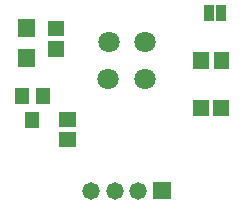
<source format=gts>
G04 Layer: TopSolderMaskLayer*
G04 EasyEDA v6.1.49, Tue, 04 Jun 2019 06:49:07 GMT*
G04 9f8e81427d8b462fa1083d36fee6df15,195b170a8e6c43a181dcefc3e1346bee,10*
G04 Gerber Generator version 0.2*
G04 Scale: 100 percent, Rotated: No, Reflected: No *
G04 Dimensions in millimeters *
G04 leading zeros omitted , absolute positions ,3 integer and 3 decimal *
%FSLAX33Y33*%
%MOMM*%
G90*
G71D02*

%ADD25C,1.803400*%
%ADD29C,1.473200*%
%ADD30R,1.219200X1.346200*%
%ADD31R,0.838200X1.473200*%

%LPD*%
G54D25*
G01X12552Y13952D03*
G01X12552Y17051D03*
G01X9453Y13952D03*
G01X9504Y17051D03*
G36*
G01X1767Y14993D02*
G01X1767Y16466D01*
G01X3241Y16466D01*
G01X3241Y14993D01*
G01X1767Y14993D01*
G37*
G36*
G01X1767Y17533D02*
G01X1767Y19006D01*
G01X3241Y19006D01*
G01X3241Y17533D01*
G01X1767Y17533D01*
G37*
G36*
G01X5300Y9847D02*
G01X5300Y11150D01*
G01X6703Y11150D01*
G01X6703Y9847D01*
G01X5300Y9847D01*
G37*
G36*
G01X5300Y8148D02*
G01X5300Y9451D01*
G01X6703Y9451D01*
G01X6703Y8148D01*
G01X5300Y8148D01*
G37*
G36*
G01X4302Y15847D02*
G01X4302Y17150D01*
G01X5704Y17150D01*
G01X5704Y15847D01*
G01X4302Y15847D01*
G37*
G36*
G01X4302Y17546D02*
G01X4302Y18849D01*
G01X5704Y18849D01*
G01X5704Y17546D01*
G01X4302Y17546D01*
G37*
G36*
G01X18348Y10802D02*
G01X18348Y12204D01*
G01X19651Y12204D01*
G01X19651Y10802D01*
G01X18348Y10802D01*
G37*
G36*
G01X16649Y10802D02*
G01X16649Y12204D01*
G01X17952Y12204D01*
G01X17952Y10802D01*
G01X16649Y10802D01*
G37*
G36*
G01X18351Y14798D02*
G01X18351Y16200D01*
G01X19654Y16200D01*
G01X19654Y14798D01*
G01X18351Y14798D01*
G37*
G36*
G01X16652Y14798D02*
G01X16652Y16200D01*
G01X17955Y16200D01*
G01X17955Y14798D01*
G01X16652Y14798D01*
G37*
G36*
G01X13263Y3764D02*
G01X13263Y5237D01*
G01X14737Y5237D01*
G01X14737Y3764D01*
G01X13263Y3764D01*
G37*
G54D29*
G01X11993Y4500D03*
G01X10012Y4500D03*
G01X8006Y4500D03*
G36*
G01X2395Y9812D02*
G01X2395Y11158D01*
G01X3614Y11158D01*
G01X3614Y9812D01*
G01X2395Y9812D01*
G37*
G36*
G01X1506Y11844D02*
G01X1506Y13190D01*
G01X2725Y13190D01*
G01X2725Y11844D01*
G01X1506Y11844D01*
G37*
G54D30*
G01X3893Y12517D03*
G54D31*
G01X17997Y19498D03*
G01X19013Y19498D03*
M00*
M02*

</source>
